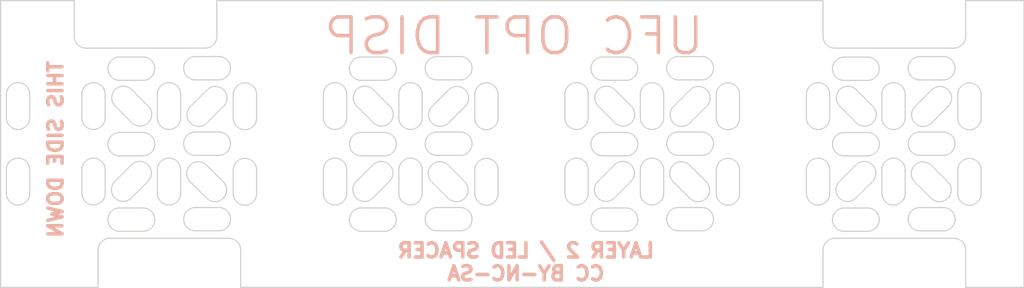
<source format=kicad_pcb>
(kicad_pcb (version 20171130) (host pcbnew "(5.1.4)-1")

  (general
    (thickness 1.6)
    (drawings 295)
    (tracks 0)
    (zones 0)
    (modules 0)
    (nets 1)
  )

  (page A4)
  (layers
    (0 F.Cu signal)
    (31 B.Cu signal)
    (32 B.Adhes user)
    (33 F.Adhes user)
    (34 B.Paste user)
    (35 F.Paste user)
    (36 B.SilkS user)
    (37 F.SilkS user)
    (38 B.Mask user)
    (39 F.Mask user)
    (40 Dwgs.User user)
    (41 Cmts.User user)
    (42 Eco1.User user)
    (43 Eco2.User user)
    (44 Edge.Cuts user)
    (45 Margin user)
    (46 B.CrtYd user)
    (47 F.CrtYd user)
    (48 B.Fab user)
    (49 F.Fab user)
  )

  (setup
    (last_trace_width 0.25)
    (user_trace_width 0.1524)
    (user_trace_width 0.2032)
    (user_trace_width 0.3048)
    (user_trace_width 0.4572)
    (user_trace_width 0.1524)
    (user_trace_width 0.2032)
    (user_trace_width 0.3048)
    (user_trace_width 0.4572)
    (trace_clearance 0.2)
    (zone_clearance 0.508)
    (zone_45_only no)
    (trace_min 0.127)
    (via_size 0.8)
    (via_drill 0.4)
    (via_min_size 0.45)
    (via_min_drill 0.2)
    (user_via 0.45 0.2)
    (user_via 0.45 0.2)
    (uvia_size 0.3)
    (uvia_drill 0.1)
    (uvias_allowed no)
    (uvia_min_size 0.2)
    (uvia_min_drill 0.1)
    (edge_width 0.05)
    (segment_width 0.2)
    (pcb_text_width 0.3)
    (pcb_text_size 1.5 1.5)
    (mod_edge_width 0.12)
    (mod_text_size 1 1)
    (mod_text_width 0.15)
    (pad_size 0.59 0.64)
    (pad_drill 0)
    (pad_to_mask_clearance 0.051)
    (solder_mask_min_width 0.25)
    (aux_axis_origin 100.606 81.6255)
    (grid_origin 100.606 81.6255)
    (visible_elements 7FFFF7DF)
    (pcbplotparams
      (layerselection 0x010fc_ffffffff)
      (usegerberextensions false)
      (usegerberattributes false)
      (usegerberadvancedattributes false)
      (creategerberjobfile false)
      (excludeedgelayer true)
      (linewidth 0.100000)
      (plotframeref false)
      (viasonmask false)
      (mode 1)
      (useauxorigin false)
      (hpglpennumber 1)
      (hpglpenspeed 20)
      (hpglpendiameter 15.000000)
      (psnegative false)
      (psa4output false)
      (plotreference true)
      (plotvalue true)
      (plotinvisibletext false)
      (padsonsilk false)
      (subtractmaskfromsilk false)
      (outputformat 1)
      (mirror false)
      (drillshape 0)
      (scaleselection 1)
      (outputdirectory "gerber"))
  )

  (net 0 "")

  (net_class Default "This is the default net class."
    (clearance 0.2)
    (trace_width 0.25)
    (via_dia 0.8)
    (via_drill 0.4)
    (uvia_dia 0.3)
    (uvia_drill 0.1)
  )

  (gr_line (start 124.344898 88.7425) (end 124.344898 89.7325) (layer Edge.Cuts) (width 0.05) (tstamp 5FB91C74))
  (gr_arc (start 124.835 89.7325) (end 124.344898 89.7325) (angle -180) (layer Edge.Cuts) (width 0.05) (tstamp 5FB91C75))
  (gr_arc (start 126.9225 87.665) (end 126.9225 88.155102) (angle -180) (layer Edge.Cuts) (width 0.05) (tstamp 5FB91C79))
  (gr_line (start 130.1075 87.154898) (end 129.1175 87.154898) (layer Edge.Cuts) (width 0.05) (tstamp 5FB91C7A))
  (gr_line (start 140.2675 90.332398) (end 139.2775 90.332398) (layer Edge.Cuts) (width 0.05) (tstamp 5FB91C77))
  (gr_arc (start 126.793124 86.413982) (end 126.445994 86.761113) (angle -180) (layer Edge.Cuts) (width 0.05) (tstamp 5FB91C76))
  (gr_arc (start 134.995 88.745) (end 135.485917 88.745) (angle -180) (layer Edge.Cuts) (width 0.05) (tstamp 5FB91C73))
  (gr_line (start 126.432428 88.535321) (end 125.732392 89.235357) (layer Edge.Cuts) (width 0.05) (tstamp 5FB91C78))
  (gr_line (start 135.206 93.6905) (end 110.706 93.6905) (layer Edge.Cuts) (width 0.05) (tstamp 5FB9168C))
  (gr_line (start 105.206 91.6255) (end 110.206 91.6255) (layer Edge.Cuts) (width 0.05) (tstamp 5FB9168F))
  (gr_line (start 103.706 81.6255) (end 103.706 83.1255) (layer Edge.Cuts) (width 0.05) (tstamp 5FB91691))
  (gr_line (start 140.706 91.6255) (end 135.706 91.6255) (layer Edge.Cuts) (width 0.05) (tstamp 5FB9168D))
  (gr_line (start 135.206 93.6905) (end 135.206 92.1255) (layer Edge.Cuts) (width 0.05) (tstamp 5FB9168B))
  (gr_line (start 135.206 81.6255) (end 135.206 83.1255) (layer Edge.Cuts) (width 0.05) (tstamp 5FB91692))
  (gr_line (start 104.706 93.6905) (end 104.706 92.1255) (layer Edge.Cuts) (width 0.05) (tstamp 5FB9168E))
  (gr_line (start 110.706 92.1255) (end 110.706 93.6905) (layer Edge.Cuts) (width 0.05) (tstamp 5FB91690))
  (gr_text "THIS SIDE DOWN" (at 102.922 87.882 90) (layer B.SilkS)
    (effects (font (size 0.6 0.6) (thickness 0.15)) (justify mirror))
  )
  (gr_text "LAYER 2 / LED SPACER\nCC BY-NC-SA" (at 122.706 92.6255) (layer B.SilkS) (tstamp 5FB91B6F)
    (effects (font (size 0.6 0.6) (thickness 0.15)) (justify mirror))
  )
  (gr_text "UFC OPT DISP" (at 122.206 83.1255) (layer B.SilkS) (tstamp 5FB91B70)
    (effects (font (size 1.5 1.5) (thickness 0.15)) (justify mirror))
  )
  (gr_line (start 139.2775 84.963417) (end 140.2675 84.963417) (layer Edge.Cuts) (width 0.05) (tstamp 5FB91C5E))
  (gr_line (start 130.714083 85.5775) (end 130.714083 86.5675) (layer Edge.Cuts) (width 0.05) (tstamp 5FB91C67))
  (gr_arc (start 125.9325 90.84) (end 125.9325 90.349083) (angle -180) (layer Edge.Cuts) (width 0.05) (tstamp 5FB91C68))
  (gr_arc (start 138.17 88.745) (end 138.660917 88.745) (angle -180) (layer Edge.Cuts) (width 0.05) (tstamp 5FB91C71))
  (gr_line (start 137.0825 84.001583) (end 136.0925 84.001583) (layer Edge.Cuts) (width 0.05) (tstamp 5FB91C5D))
  (gr_arc (start 141.365 86.569999) (end 140.874083 86.57) (angle -180) (layer Edge.Cuts) (width 0.05) (tstamp 5FB91C6F))
  (gr_line (start 125.325917 86.5575) (end 125.325917 85.5675) (layer Edge.Cuts) (width 0.05) (tstamp 5FB91C64))
  (gr_line (start 125.745958 86.061077) (end 126.445994 86.761113) (layer Edge.Cuts) (width 0.05) (tstamp 5FB91C72))
  (gr_arc (start 138.17 85.57) (end 138.660917 85.57) (angle -180) (layer Edge.Cuts) (width 0.05) (tstamp 5FB91C6C))
  (gr_arc (start 129.1175 87.645) (end 129.1175 87.154898) (angle -180) (layer Edge.Cuts) (width 0.05) (tstamp 5FB91C61))
  (gr_arc (start 129.1175 90.82) (end 129.1175 90.329898) (angle -180) (layer Edge.Cuts) (width 0.05) (tstamp 5FB91C6A))
  (gr_line (start 136.0925 88.157602) (end 137.0825 88.157602) (layer Edge.Cuts) (width 0.05) (tstamp 5FB91C5C))
  (gr_line (start 139.773923 85.383458) (end 139.073887 86.083494) (layer Edge.Cuts) (width 0.05) (tstamp 5FB91C69))
  (gr_line (start 138.660917 86.56) (end 138.660917 85.57) (layer Edge.Cuts) (width 0.05) (tstamp 5FB91C6B))
  (gr_line (start 125.9325 91.330102) (end 126.9225 91.330102) (layer Edge.Cuts) (width 0.05) (tstamp 5FB91C70))
  (gr_arc (start 129.1175 84.47) (end 129.1175 83.979898) (angle -180) (layer Edge.Cuts) (width 0.05) (tstamp 5FB91C62))
  (gr_line (start 125.9325 88.155102) (end 126.9225 88.155102) (layer Edge.Cuts) (width 0.05) (tstamp 5FB91C60))
  (gr_arc (start 126.778982 88.881876) (end 127.126113 89.229006) (angle -180) (layer Edge.Cuts) (width 0.05) (tstamp 5FB91C6E))
  (gr_arc (start 124.835 85.5675) (end 125.325917 85.5675) (angle -180) (layer Edge.Cuts) (width 0.05) (tstamp 5FB91C5F))
  (gr_line (start 129.1175 84.960917) (end 130.1075 84.960917) (layer Edge.Cuts) (width 0.05) (tstamp 5FB91C65))
  (gr_arc (start 138.17 89.735) (end 137.679898 89.735) (angle -180) (layer Edge.Cuts) (width 0.05) (tstamp 5FB91C6D))
  (gr_line (start 131.695102 89.7425) (end 131.695102 88.7525) (layer Edge.Cuts) (width 0.05) (tstamp 5FB91C63))
  (gr_line (start 127.139679 86.067428) (end 126.439643 85.367392) (layer Edge.Cuts) (width 0.05) (tstamp 5FB91C66))
  (gr_arc (start 136.253089 85.716447) (end 136.599643 85.369892) (angle -180) (layer Edge.Cuts) (width 0.05) (tstamp 5FB91C47))
  (gr_line (start 136.586077 89.931542) (end 137.286113 89.231506) (layer Edge.Cuts) (width 0.05) (tstamp 5FB91C46))
  (gr_arc (start 139.2775 90.8225) (end 139.2775 90.332398) (angle -180) (layer Edge.Cuts) (width 0.05) (tstamp 5FB91C5B))
  (gr_arc (start 139.2775 84.4725) (end 139.2775 83.982398) (angle -180) (layer Edge.Cuts) (width 0.05) (tstamp 5FB91C57))
  (gr_arc (start 139.406876 88.898518) (end 139.754006 88.551387) (angle -180) (layer Edge.Cuts) (width 0.05) (tstamp 5FB91C48))
  (gr_arc (start 136.938982 88.884376) (end 137.286113 89.231506) (angle -180) (layer Edge.Cuts) (width 0.05) (tstamp 5FB91C54))
  (gr_arc (start 139.2775 87.6475) (end 139.2775 87.157398) (angle -180) (layer Edge.Cuts) (width 0.05) (tstamp 5FB91C52))
  (gr_line (start 137.0825 90.351583) (end 136.0925 90.351583) (layer Edge.Cuts) (width 0.05) (tstamp 5FB91C5A))
  (gr_arc (start 136.0925 84.4925) (end 136.0925 84.001583) (angle -180) (layer Edge.Cuts) (width 0.05) (tstamp 5FB91C58))
  (gr_arc (start 134.995 89.735) (end 134.504898 89.735) (angle -180) (layer Edge.Cuts) (width 0.05) (tstamp 5FB91C4F))
  (gr_arc (start 136.238947 89.584411) (end 135.892392 89.237857) (angle -180) (layer Edge.Cuts) (width 0.05) (tstamp 5FB91C55))
  (gr_arc (start 137.0825 90.8425) (end 137.0825 91.332602) (angle -180) (layer Edge.Cuts) (width 0.05) (tstamp 5FB91C4D))
  (gr_arc (start 141.365 89.744999) (end 140.874083 89.745) (angle -180) (layer Edge.Cuts) (width 0.05) (tstamp 5FB91C49))
  (gr_line (start 138.660917 89.735) (end 138.660917 88.745) (layer Edge.Cuts) (width 0.05) (tstamp 5FB91C45))
  (gr_arc (start 136.0925 87.6675) (end 136.0925 87.176583) (angle -180) (layer Edge.Cuts) (width 0.05) (tstamp 5FB91C56))
  (gr_line (start 135.485917 89.735) (end 135.485917 88.745) (layer Edge.Cuts) (width 0.05) (tstamp 5FB91C50))
  (gr_line (start 135.905958 86.063577) (end 136.605994 86.763613) (layer Edge.Cuts) (width 0.05) (tstamp 5FB91C53))
  (gr_line (start 139.2775 88.138417) (end 140.2675 88.138417) (layer Edge.Cuts) (width 0.05) (tstamp 5FB91C59))
  (gr_arc (start 139.421018 86.430624) (end 139.073887 86.083494) (angle -180) (layer Edge.Cuts) (width 0.05) (tstamp 5FB91C51))
  (gr_line (start 136.592428 88.537821) (end 135.892392 89.237857) (layer Edge.Cuts) (width 0.05) (tstamp 5FB91C4E))
  (gr_arc (start 140.106911 89.598553) (end 139.760357 89.945108) (angle -180) (layer Edge.Cuts) (width 0.05) (tstamp 5FB91C4C))
  (gr_arc (start 138.17 86.56) (end 137.679898 86.56) (angle -180) (layer Edge.Cuts) (width 0.05) (tstamp 5FB91C4B))
  (gr_line (start 136.0925 91.332602) (end 137.0825 91.332602) (layer Edge.Cuts) (width 0.05) (tstamp 5FB91C4A))
  (gr_line (start 139.767572 86.777179) (end 140.467608 86.077143) (layer Edge.Cuts) (width 0.05) (tstamp 5FB91C36))
  (gr_arc (start 140.121053 85.730589) (end 140.467608 86.077143) (angle -180) (layer Edge.Cuts) (width 0.05) (tstamp 5FB91C3C))
  (gr_line (start 139.2775 91.313417) (end 140.2675 91.313417) (layer Edge.Cuts) (width 0.05) (tstamp 5FB91C41))
  (gr_arc (start 140.267499 87.6475) (end 140.2675 88.138417) (angle -180) (layer Edge.Cuts) (width 0.05) (tstamp 5FB91C35))
  (gr_line (start 140.454042 89.251423) (end 139.754006 88.551387) (layer Edge.Cuts) (width 0.05) (tstamp 5FB91C34))
  (gr_line (start 140.2675 87.157398) (end 139.2775 87.157398) (layer Edge.Cuts) (width 0.05) (tstamp 5FB91C3F))
  (gr_line (start 134.504898 88.745) (end 134.504898 89.735) (layer Edge.Cuts) (width 0.05) (tstamp 5FB91C33))
  (gr_line (start 140.874083 85.58) (end 140.874083 86.57) (layer Edge.Cuts) (width 0.05) (tstamp 5FB91C31))
  (gr_arc (start 137.0825 87.6675) (end 137.0825 88.157602) (angle -180) (layer Edge.Cuts) (width 0.05) (tstamp 5FB91C30))
  (gr_line (start 141.855102 89.745) (end 141.855102 88.755) (layer Edge.Cuts) (width 0.05) (tstamp 5FB91C2E))
  (gr_arc (start 136.953124 86.416482) (end 136.605994 86.763613) (angle -180) (layer Edge.Cuts) (width 0.05) (tstamp 5FB91C44))
  (gr_arc (start 136.0925 90.8425) (end 136.0925 90.351583) (angle -180) (layer Edge.Cuts) (width 0.05) (tstamp 5FB91C3D))
  (gr_line (start 137.0825 87.176583) (end 136.0925 87.176583) (layer Edge.Cuts) (width 0.05) (tstamp 5FB91C38))
  (gr_arc (start 137.0825 84.4925) (end 137.0825 84.982602) (angle -180) (layer Edge.Cuts) (width 0.05) (tstamp 5FB91C3A))
  (gr_line (start 137.679898 88.745) (end 137.679898 89.735) (layer Edge.Cuts) (width 0.05) (tstamp 5FB91C37))
  (gr_line (start 136.0925 84.982602) (end 137.0825 84.982602) (layer Edge.Cuts) (width 0.05) (tstamp 5FB91C3B))
  (gr_line (start 137.679898 85.57) (end 137.679898 86.56) (layer Edge.Cuts) (width 0.05) (tstamp 5FB91C32))
  (gr_arc (start 134.995 85.57) (end 135.485917 85.57) (angle -180) (layer Edge.Cuts) (width 0.05) (tstamp 5FB91C2F))
  (gr_line (start 140.2675 83.982398) (end 139.2775 83.982398) (layer Edge.Cuts) (width 0.05) (tstamp 5FB91C40))
  (gr_line (start 135.485917 86.56) (end 135.485917 85.57) (layer Edge.Cuts) (width 0.05) (tstamp 5FB91C3E))
  (gr_arc (start 141.365 85.58) (end 141.855102 85.58) (angle -180) (layer Edge.Cuts) (width 0.05) (tstamp 5FB91C43))
  (gr_line (start 141.855102 86.57) (end 141.855102 85.58) (layer Edge.Cuts) (width 0.05) (tstamp 5FB91C42))
  (gr_arc (start 140.267499 84.4725) (end 140.2675 84.963417) (angle -180) (layer Edge.Cuts) (width 0.05) (tstamp 5FB91C39))
  (gr_line (start 137.299679 86.069928) (end 136.599643 85.369892) (layer Edge.Cuts) (width 0.05) (tstamp 5FB91C25))
  (gr_arc (start 116.618982 88.881876) (end 116.966113 89.229006) (angle -180) (layer Edge.Cuts) (width 0.05) (tstamp 5FB91C1E))
  (gr_line (start 108.180917 89.7325) (end 108.180917 88.7425) (layer Edge.Cuts) (width 0.05) (tstamp 5FB91C1D))
  (gr_line (start 115.165917 86.5575) (end 115.165917 85.5675) (layer Edge.Cuts) (width 0.05) (tstamp 5FB91C1C))
  (gr_line (start 139.060321 89.245072) (end 139.760357 89.945108) (layer Edge.Cuts) (width 0.05) (tstamp 5FB91C2D))
  (gr_line (start 120.554083 85.5775) (end 120.554083 86.5675) (layer Edge.Cuts) (width 0.05) (tstamp 5FB91C24))
  (gr_line (start 115.585958 86.061077) (end 116.285994 86.761113) (layer Edge.Cuts) (width 0.05) (tstamp 5FB91C1B))
  (gr_arc (start 140.267499 90.8225) (end 140.2675 91.313417) (angle -180) (layer Edge.Cuts) (width 0.05) (tstamp 5FB91C26))
  (gr_arc (start 109.787499 87.645) (end 109.7875 88.135917) (angle -180) (layer Edge.Cuts) (width 0.05) (tstamp 5FB91C18))
  (gr_arc (start 116.7625 87.665) (end 116.7625 88.155102) (angle -180) (layer Edge.Cuts) (width 0.05) (tstamp 5FB91C17))
  (gr_arc (start 107.69 89.7325) (end 107.199898 89.7325) (angle -180) (layer Edge.Cuts) (width 0.05) (tstamp 5FB91C23))
  (gr_arc (start 134.995 86.56) (end 134.504898 86.56) (angle -180) (layer Edge.Cuts) (width 0.05) (tstamp 5FB91C29))
  (gr_arc (start 107.69 85.5675) (end 108.180917 85.5675) (angle -180) (layer Edge.Cuts) (width 0.05) (tstamp 5FB91C1F))
  (gr_arc (start 118.9575 87.645) (end 118.9575 87.154898) (angle -180) (layer Edge.Cuts) (width 0.05) (tstamp 5FB91C19))
  (gr_line (start 119.9475 87.154898) (end 118.9575 87.154898) (layer Edge.Cuts) (width 0.05) (tstamp 5FB91C1A))
  (gr_arc (start 141.365 88.755) (end 141.855102 88.755) (angle -180) (layer Edge.Cuts) (width 0.05) (tstamp 5FB91C2C))
  (gr_line (start 116.979679 86.067428) (end 116.279643 85.367392) (layer Edge.Cuts) (width 0.05) (tstamp 5FB91C22))
  (gr_line (start 118.9575 84.960917) (end 119.9475 84.960917) (layer Edge.Cuts) (width 0.05) (tstamp 5FB91C21))
  (gr_line (start 140.874083 88.755) (end 140.874083 89.745) (layer Edge.Cuts) (width 0.05) (tstamp 5FB91C2B))
  (gr_arc (start 104.206 83.1255) (end 103.706 83.1255) (angle -90) (layer Edge.Cuts) (width 0.05) (tstamp 5FB91C28))
  (gr_line (start 109.7875 90.329898) (end 108.7975 90.329898) (layer Edge.Cuts) (width 0.05) (tstamp 5FB91C20))
  (gr_arc (start 109.206 83.1255) (end 109.206 83.6255) (angle -90) (layer Edge.Cuts) (width 0.05) (tstamp 5FB91C2A))
  (gr_line (start 134.504898 85.57) (end 134.504898 86.56) (layer Edge.Cuts) (width 0.05) (tstamp 5FB91C27))
  (gr_arc (start 115.7725 90.84) (end 115.7725 90.349083) (angle -180) (layer Edge.Cuts) (width 0.05) (tstamp 5FB91C07))
  (gr_arc (start 116.7625 90.84) (end 116.7625 91.330102) (angle -180) (layer Edge.Cuts) (width 0.05) (tstamp 5FB91C04))
  (gr_line (start 116.7625 83.999083) (end 115.7725 83.999083) (layer Edge.Cuts) (width 0.05) (tstamp 5FB91C03))
  (gr_line (start 109.293923 85.380958) (end 108.593887 86.080994) (layer Edge.Cuts) (width 0.05) (tstamp 5FB91C0B))
  (gr_line (start 114.184898 88.7425) (end 114.184898 89.7325) (layer Edge.Cuts) (width 0.05) (tstamp 5FB91C13))
  (gr_line (start 115.7725 88.155102) (end 116.7625 88.155102) (layer Edge.Cuts) (width 0.05) (tstamp 5FB91C12))
  (gr_arc (start 114.675 89.7325) (end 114.184898 89.7325) (angle -180) (layer Edge.Cuts) (width 0.05) (tstamp 5FB91C11))
  (gr_arc (start 109.641053 85.728089) (end 109.987608 86.074643) (angle -180) (layer Edge.Cuts) (width 0.05) (tstamp 5FB91C10))
  (gr_line (start 121.535102 89.7425) (end 121.535102 88.7525) (layer Edge.Cuts) (width 0.05) (tstamp 5FB91C0E))
  (gr_line (start 107.199898 85.5675) (end 107.199898 86.5575) (layer Edge.Cuts) (width 0.05) (tstamp 5FB91C0C))
  (gr_arc (start 118.9575 84.47) (end 118.9575 83.979898) (angle -180) (layer Edge.Cuts) (width 0.05) (tstamp 5FB91C08))
  (gr_line (start 116.7625 90.349083) (end 115.7725 90.349083) (layer Edge.Cuts) (width 0.05) (tstamp 5FB91C06))
  (gr_arc (start 116.633124 86.413982) (end 116.285994 86.761113) (angle -180) (layer Edge.Cuts) (width 0.05) (tstamp 5FB91C15))
  (gr_line (start 119.9475 83.979898) (end 118.9575 83.979898) (layer Edge.Cuts) (width 0.05) (tstamp 5FB91C02))
  (gr_arc (start 107.69 86.5575) (end 107.199898 86.5575) (angle -180) (layer Edge.Cuts) (width 0.05) (tstamp 5FB91C05))
  (gr_line (start 116.272428 88.535321) (end 115.572392 89.235357) (layer Edge.Cuts) (width 0.05) (tstamp 5FB91C0A))
  (gr_line (start 116.7625 87.174083) (end 115.7725 87.174083) (layer Edge.Cuts) (width 0.05) (tstamp 5FB91C01))
  (gr_line (start 118.740321 89.242572) (end 119.440357 89.942608) (layer Edge.Cuts) (width 0.05) (tstamp 5FB91C00))
  (gr_line (start 115.7725 91.330102) (end 116.7625 91.330102) (layer Edge.Cuts) (width 0.05) (tstamp 5FB91C14))
  (gr_line (start 108.180917 86.5575) (end 108.180917 85.5675) (layer Edge.Cuts) (width 0.05) (tstamp 5FB91C16))
  (gr_line (start 110.394083 88.7525) (end 110.394083 89.7425) (layer Edge.Cuts) (width 0.05) (tstamp 5FB91C0F))
  (gr_arc (start 118.9575 90.82) (end 118.9575 90.329898) (angle -180) (layer Edge.Cuts) (width 0.05) (tstamp 5FB91C0D))
  (gr_arc (start 114.675 85.5675) (end 115.165917 85.5675) (angle -180) (layer Edge.Cuts) (width 0.05) (tstamp 5FB91C09))
  (gr_line (start 107.199898 88.7425) (end 107.199898 89.7325) (layer Edge.Cuts) (width 0.05) (tstamp 5FB91BF7))
  (gr_arc (start 121.045 88.7525) (end 121.535102 88.7525) (angle -180) (layer Edge.Cuts) (width 0.05) (tstamp 5FB91BFD))
  (gr_arc (start 115.918947 89.581911) (end 115.572392 89.235357) (angle -180) (layer Edge.Cuts) (width 0.05) (tstamp 5FB91BF0))
  (gr_arc (start 119.086876 88.896018) (end 119.434006 88.548887) (angle -180) (layer Edge.Cuts) (width 0.05) (tstamp 5FB91BEE))
  (gr_arc (start 121.045 85.5775) (end 121.535102 85.5775) (angle -180) (layer Edge.Cuts) (width 0.05) (tstamp 5FB91BED))
  (gr_arc (start 115.933089 85.713947) (end 116.279643 85.367392) (angle -180) (layer Edge.Cuts) (width 0.05) (tstamp 5FB91BFB))
  (gr_arc (start 116.7625 84.49) (end 116.7625 84.980102) (angle -180) (layer Edge.Cuts) (width 0.05) (tstamp 5FB91BF6))
  (gr_arc (start 110.885 86.567499) (end 110.394083 86.5675) (angle -180) (layer Edge.Cuts) (width 0.05) (tstamp 5FB91BFE))
  (gr_arc (start 104.515 88.7425) (end 105.005917 88.7425) (angle -180) (layer Edge.Cuts) (width 0.05) (tstamp 5FB91BEA))
  (gr_arc (start 105.6125 87.665) (end 105.6125 87.174083) (angle -180) (layer Edge.Cuts) (width 0.05) (tstamp 5FB91BE9))
  (gr_line (start 118.9575 88.135917) (end 119.9475 88.135917) (layer Edge.Cuts) (width 0.05) (tstamp 5FB91BFF))
  (gr_line (start 115.165917 89.7325) (end 115.165917 88.7425) (layer Edge.Cuts) (width 0.05) (tstamp 5FB91BFA))
  (gr_line (start 118.9575 91.310917) (end 119.9475 91.310917) (layer Edge.Cuts) (width 0.05) (tstamp 5FB91BF5))
  (gr_line (start 114.184898 85.5675) (end 114.184898 86.5575) (layer Edge.Cuts) (width 0.05) (tstamp 5FB91BFC))
  (gr_line (start 119.447572 86.774679) (end 120.147608 86.074643) (layer Edge.Cuts) (width 0.05) (tstamp 5FB91BF1))
  (gr_arc (start 119.786911 89.596053) (end 119.440357 89.942608) (angle -180) (layer Edge.Cuts) (width 0.05) (tstamp 5FB91BF9))
  (gr_arc (start 121.045 89.742499) (end 120.554083 89.7425) (angle -180) (layer Edge.Cuts) (width 0.05) (tstamp 5FB91BF4))
  (gr_arc (start 114.675 86.5575) (end 114.184898 86.5575) (angle -180) (layer Edge.Cuts) (width 0.05) (tstamp 5FB91BF8))
  (gr_arc (start 107.69 88.7425) (end 108.180917 88.7425) (angle -180) (layer Edge.Cuts) (width 0.05) (tstamp 5FB91BF3))
  (gr_arc (start 109.787499 90.82) (end 109.7875 91.310917) (angle -180) (layer Edge.Cuts) (width 0.05) (tstamp 5FB91BF2))
  (gr_arc (start 119.947499 84.47) (end 119.9475 84.960917) (angle -180) (layer Edge.Cuts) (width 0.05) (tstamp 5FB91BEF))
  (gr_arc (start 119.101018 86.428124) (end 118.753887 86.080994) (angle -180) (layer Edge.Cuts) (width 0.05) (tstamp 5FB91BEC))
  (gr_line (start 111.375102 86.5675) (end 111.375102 85.5775) (layer Edge.Cuts) (width 0.05) (tstamp 5FB91BEB))
  (gr_line (start 105.425958 86.061077) (end 106.125994 86.761113) (layer Edge.Cuts) (width 0.05) (tstamp 5FB91BDB))
  (gr_arc (start 105.6125 90.84) (end 105.6125 90.349083) (angle -180) (layer Edge.Cuts) (width 0.05) (tstamp 5FB91BD9))
  (gr_line (start 109.7875 83.979898) (end 108.7975 83.979898) (layer Edge.Cuts) (width 0.05) (tstamp 5FB91BD6))
  (gr_arc (start 110.885 85.5775) (end 111.375102 85.5775) (angle -180) (layer Edge.Cuts) (width 0.05) (tstamp 5FB91BDD))
  (gr_line (start 108.7975 91.310917) (end 109.7875 91.310917) (layer Edge.Cuts) (width 0.05) (tstamp 5FB91BE2))
  (gr_arc (start 108.941018 86.428124) (end 108.593887 86.080994) (angle -180) (layer Edge.Cuts) (width 0.05) (tstamp 5FB91BD5))
  (gr_line (start 105.005917 86.5575) (end 105.005917 85.5675) (layer Edge.Cuts) (width 0.05) (tstamp 5FB91BE0))
  (gr_arc (start 108.7975 90.82) (end 108.7975 90.329898) (angle -180) (layer Edge.Cuts) (width 0.05) (tstamp 5FB91BDE))
  (gr_line (start 106.819679 86.067428) (end 106.119643 85.367392) (layer Edge.Cuts) (width 0.05) (tstamp 5FB91BD3))
  (gr_line (start 105.6125 84.980102) (end 106.6025 84.980102) (layer Edge.Cuts) (width 0.05) (tstamp 5FB91BE8))
  (gr_arc (start 105.6125 84.49) (end 105.6125 83.999083) (angle -180) (layer Edge.Cuts) (width 0.05) (tstamp 5FB91BE6))
  (gr_arc (start 105.758947 89.581911) (end 105.412392 89.235357) (angle -180) (layer Edge.Cuts) (width 0.05) (tstamp 5FB91BE1))
  (gr_line (start 101.830917 89.7325) (end 101.830917 88.7425) (layer Edge.Cuts) (width 0.05) (tstamp 5FB91BDA))
  (gr_line (start 135.206 81.6255) (end 109.706 81.6255) (layer Edge.Cuts) (width 0.05) (tstamp 5FB91BE4))
  (gr_line (start 106.112428 88.535321) (end 105.412392 89.235357) (layer Edge.Cuts) (width 0.05) (tstamp 5FB91BD8))
  (gr_arc (start 108.7975 84.47) (end 108.7975 83.979898) (angle -180) (layer Edge.Cuts) (width 0.05) (tstamp 5FB91BDC))
  (gr_arc (start 106.6025 84.49) (end 106.6025 84.980102) (angle -180) (layer Edge.Cuts) (width 0.05) (tstamp 5FB91BD7))
  (gr_line (start 109.7875 87.154898) (end 108.7975 87.154898) (layer Edge.Cuts) (width 0.05) (tstamp 5FB91BD4))
  (gr_arc (start 106.6025 87.665) (end 106.6025 88.155102) (angle -180) (layer Edge.Cuts) (width 0.05) (tstamp 5FB91BD2))
  (gr_line (start 106.106077 89.929042) (end 106.806113 89.229006) (layer Edge.Cuts) (width 0.05) (tstamp 5FB91BE5))
  (gr_arc (start 101.34 86.5575) (end 100.849898 86.5575) (angle -180) (layer Edge.Cuts) (width 0.05) (tstamp 5FB91BE7))
  (gr_line (start 109.974042 89.248923) (end 109.274006 88.548887) (layer Edge.Cuts) (width 0.05) (tstamp 5FB91BE3))
  (gr_arc (start 109.787499 84.47) (end 109.7875 84.960917) (angle -180) (layer Edge.Cuts) (width 0.05) (tstamp 5FB91BDF))
  (gr_arc (start 106.473124 86.413982) (end 106.125994 86.761113) (angle -180) (layer Edge.Cuts) (width 0.05) (tstamp 5FB91BD0))
  (gr_line (start 104.024898 88.7425) (end 104.024898 89.7325) (layer Edge.Cuts) (width 0.05) (tstamp 5FB91BCA))
  (gr_arc (start 101.34 89.7325) (end 100.849898 89.7325) (angle -180) (layer Edge.Cuts) (width 0.05) (tstamp 5FB91BD1))
  (gr_line (start 106.6025 90.349083) (end 105.6125 90.349083) (layer Edge.Cuts) (width 0.05) (tstamp 5FB91BCF))
  (gr_line (start 106.6025 87.174083) (end 105.6125 87.174083) (layer Edge.Cuts) (width 0.05) (tstamp 5FB91BCC))
  (gr_arc (start 106.6025 90.84) (end 106.6025 91.330102) (angle -180) (layer Edge.Cuts) (width 0.05) (tstamp 5FB91BC8))
  (gr_line (start 108.580321 89.242572) (end 109.280357 89.942608) (layer Edge.Cuts) (width 0.05) (tstamp 5FB91BC7))
  (gr_arc (start 110.885 88.7525) (end 111.375102 88.7525) (angle -180) (layer Edge.Cuts) (width 0.05) (tstamp 5FB91BC5))
  (gr_line (start 105.6125 91.330102) (end 106.6025 91.330102) (layer Edge.Cuts) (width 0.05) (tstamp 5FB91BCE))
  (gr_line (start 100.849898 88.7425) (end 100.849898 89.7325) (layer Edge.Cuts) (width 0.05) (tstamp 5FB91BC3))
  (gr_line (start 105.005917 89.7325) (end 105.005917 88.7425) (layer Edge.Cuts) (width 0.05) (tstamp 5FB91BC1))
  (gr_arc (start 108.7975 87.645) (end 108.7975 87.154898) (angle -180) (layer Edge.Cuts) (width 0.05) (tstamp 5FB91BBF))
  (gr_arc (start 101.34 88.7425) (end 101.830917 88.7425) (angle -180) (layer Edge.Cuts) (width 0.05) (tstamp 5FB91BCD))
  (gr_arc (start 101.34 85.5675) (end 101.830917 85.5675) (angle -180) (layer Edge.Cuts) (width 0.05) (tstamp 5FB91BC9))
  (gr_line (start 101.830917 86.5575) (end 101.830917 85.5675) (layer Edge.Cuts) (width 0.05) (tstamp 5FB91BBE))
  (gr_arc (start 109.626911 89.596053) (end 109.280357 89.942608) (angle -180) (layer Edge.Cuts) (width 0.05) (tstamp 5FB91BC4))
  (gr_arc (start 110.885 89.742499) (end 110.394083 89.7425) (angle -180) (layer Edge.Cuts) (width 0.05) (tstamp 5FB91BC2))
  (gr_arc (start 108.926876 88.896018) (end 109.274006 88.548887) (angle -180) (layer Edge.Cuts) (width 0.05) (tstamp 5FB91BBD))
  (gr_line (start 108.7975 84.960917) (end 109.7875 84.960917) (layer Edge.Cuts) (width 0.05) (tstamp 5FB91BBC))
  (gr_line (start 110.394083 85.5775) (end 110.394083 86.5675) (layer Edge.Cuts) (width 0.05) (tstamp 5FB91BC6))
  (gr_arc (start 106.458982 88.881876) (end 106.806113 89.229006) (angle -180) (layer Edge.Cuts) (width 0.05) (tstamp 5FB91BBB))
  (gr_line (start 109.287572 86.774679) (end 109.987608 86.074643) (layer Edge.Cuts) (width 0.05) (tstamp 5FB91BC0))
  (gr_line (start 106.6025 83.999083) (end 105.6125 83.999083) (layer Edge.Cuts) (width 0.05) (tstamp 5FB91BCB))
  (gr_arc (start 105.773089 85.713947) (end 106.119643 85.367392) (angle -180) (layer Edge.Cuts) (width 0.05) (tstamp 5FB91BB5))
  (gr_line (start 126.9225 83.999083) (end 125.9325 83.999083) (layer Edge.Cuts) (width 0.05) (tstamp 5FB91B9A))
  (gr_arc (start 130.107499 84.47) (end 130.1075 84.960917) (angle -180) (layer Edge.Cuts) (width 0.05) (tstamp 5FB91B95))
  (gr_arc (start 129.261018 86.428124) (end 128.913887 86.080994) (angle -180) (layer Edge.Cuts) (width 0.05) (tstamp 5FB91B91))
  (gr_line (start 108.7975 88.135917) (end 109.7875 88.135917) (layer Edge.Cuts) (width 0.05) (tstamp 5FB91BBA))
  (gr_line (start 111.375102 89.7425) (end 111.375102 88.7525) (layer Edge.Cuts) (width 0.05) (tstamp 5FB91BB9))
  (gr_arc (start 104.515 89.7325) (end 104.024898 89.7325) (angle -180) (layer Edge.Cuts) (width 0.05) (tstamp 5FB91BB2))
  (gr_arc (start 115.7725 87.665) (end 115.7725 87.174083) (angle -180) (layer Edge.Cuts) (width 0.05) (tstamp 5FB91BA6))
  (gr_line (start 130.1075 90.329898) (end 129.1175 90.329898) (layer Edge.Cuts) (width 0.05) (tstamp 5FB91BA5))
  (gr_line (start 127.519898 85.5675) (end 127.519898 86.5575) (layer Edge.Cuts) (width 0.05) (tstamp 5FB91BA3))
  (gr_arc (start 125.9325 87.665) (end 125.9325 87.174083) (angle -180) (layer Edge.Cuts) (width 0.05) (tstamp 5FB91BA0))
  (gr_arc (start 119.801053 85.728089) (end 120.147608 86.074643) (angle -180) (layer Edge.Cuts) (width 0.05) (tstamp 5FB91B9C))
  (gr_line (start 121.535102 86.5675) (end 121.535102 85.5775) (layer Edge.Cuts) (width 0.05) (tstamp 5FB91B94))
  (gr_arc (start 126.9225 84.49) (end 126.9225 84.980102) (angle -180) (layer Edge.Cuts) (width 0.05) (tstamp 5FB91BB0))
  (gr_arc (start 124.835 86.5575) (end 124.344898 86.5575) (angle -180) (layer Edge.Cuts) (width 0.05) (tstamp 5FB91B9B))
  (gr_line (start 129.613923 85.380958) (end 128.913887 86.080994) (layer Edge.Cuts) (width 0.05) (tstamp 5FB91B92))
  (gr_line (start 130.1075 83.979898) (end 129.1175 83.979898) (layer Edge.Cuts) (width 0.05) (tstamp 5FB91B98))
  (gr_arc (start 131.205 86.567499) (end 130.714083 86.5675) (angle -180) (layer Edge.Cuts) (width 0.05) (tstamp 5FB91B90))
  (gr_arc (start 119.947499 87.645) (end 119.9475 88.135917) (angle -180) (layer Edge.Cuts) (width 0.05) (tstamp 5FB91B8F))
  (gr_arc (start 119.947499 90.82) (end 119.9475 91.310917) (angle -180) (layer Edge.Cuts) (width 0.05) (tstamp 5FB91B8E))
  (gr_arc (start 128.01 85.5675) (end 128.500917 85.5675) (angle -180) (layer Edge.Cuts) (width 0.05) (tstamp 5FB91B8D))
  (gr_arc (start 117.85 86.5575) (end 117.359898 86.5575) (angle -180) (layer Edge.Cuts) (width 0.05) (tstamp 5FB91BAE))
  (gr_line (start 116.266077 89.929042) (end 116.966113 89.229006) (layer Edge.Cuts) (width 0.05) (tstamp 5FB91BAA))
  (gr_line (start 127.519898 88.7425) (end 127.519898 89.7325) (layer Edge.Cuts) (width 0.05) (tstamp 5FB91BA1))
  (gr_line (start 117.359898 88.7425) (end 117.359898 89.7325) (layer Edge.Cuts) (width 0.05) (tstamp 5FB91BA8))
  (gr_line (start 118.340917 89.7325) (end 118.340917 88.7425) (layer Edge.Cuts) (width 0.05) (tstamp 5FB91B9F))
  (gr_line (start 126.426077 89.929042) (end 127.126113 89.229006) (layer Edge.Cuts) (width 0.05) (tstamp 5FB91BAC))
  (gr_arc (start 104.515 86.5575) (end 104.024898 86.5575) (angle -180) (layer Edge.Cuts) (width 0.05) (tstamp 5FB91BB6))
  (gr_line (start 117.359898 85.5675) (end 117.359898 86.5575) (layer Edge.Cuts) (width 0.05) (tstamp 5FB91B9D))
  (gr_line (start 105.6125 88.155102) (end 106.6025 88.155102) (layer Edge.Cuts) (width 0.05) (tstamp 5FB91BB4))
  (gr_line (start 129.1175 88.135917) (end 130.1075 88.135917) (layer Edge.Cuts) (width 0.05) (tstamp 5FB91B97))
  (gr_arc (start 129.246876 88.896018) (end 129.594006 88.548887) (angle -180) (layer Edge.Cuts) (width 0.05) (tstamp 5FB91B93))
  (gr_arc (start 104.515 85.5675) (end 105.005917 85.5675) (angle -180) (layer Edge.Cuts) (width 0.05) (tstamp 5FB91BB3))
  (gr_line (start 104.024898 85.5675) (end 104.024898 86.5575) (layer Edge.Cuts) (width 0.05) (tstamp 5FB91BB8))
  (gr_line (start 128.500917 89.7325) (end 128.500917 88.7425) (layer Edge.Cuts) (width 0.05) (tstamp 5FB91B9E))
  (gr_line (start 129.607572 86.774679) (end 130.307608 86.074643) (layer Edge.Cuts) (width 0.05) (tstamp 5FB91BAF))
  (gr_arc (start 115.7725 84.49) (end 115.7725 83.999083) (angle -180) (layer Edge.Cuts) (width 0.05) (tstamp 5FB91BA9))
  (gr_line (start 103.706 81.6255) (end 100.606 81.6255) (layer Edge.Cuts) (width 0.05) (tstamp 5FB91BB1))
  (gr_arc (start 128.01 88.7425) (end 128.500917 88.7425) (angle -180) (layer Edge.Cuts) (width 0.05) (tstamp 5FB91BAB))
  (gr_arc (start 131.205 85.5775) (end 131.695102 85.5775) (angle -180) (layer Edge.Cuts) (width 0.05) (tstamp 5FB91BAD))
  (gr_line (start 115.7725 84.980102) (end 116.7625 84.980102) (layer Edge.Cuts) (width 0.05) (tstamp 5FB91BA7))
  (gr_line (start 125.9325 84.980102) (end 126.9225 84.980102) (layer Edge.Cuts) (width 0.05) (tstamp 5FB91BA4))
  (gr_arc (start 125.9325 84.49) (end 125.9325 83.999083) (angle -180) (layer Edge.Cuts) (width 0.05) (tstamp 5FB91BA2))
  (gr_line (start 120.134042 89.248923) (end 119.434006 88.548887) (layer Edge.Cuts) (width 0.05) (tstamp 5FB91B99))
  (gr_arc (start 131.205 89.742499) (end 130.714083 89.7425) (angle -180) (layer Edge.Cuts) (width 0.05) (tstamp 5FB91B96))
  (gr_line (start 100.849898 85.5675) (end 100.849898 86.5575) (layer Edge.Cuts) (width 0.05) (tstamp 5FB91BB7))
  (gr_arc (start 130.107499 87.645) (end 130.1075 88.135917) (angle -180) (layer Edge.Cuts) (width 0.05) (tstamp 5FB91B87))
  (gr_arc (start 114.675 88.7425) (end 115.165917 88.7425) (angle -180) (layer Edge.Cuts) (width 0.05) (tstamp 5FB91B86))
  (gr_line (start 143.659 93.6905) (end 141.206 93.6905) (layer Edge.Cuts) (width 0.05) (tstamp 5FB9169E))
  (gr_arc (start 135.706 92.1255) (end 135.706 91.6255) (angle -90) (layer Edge.Cuts) (width 0.05) (tstamp 5FB91B6E))
  (gr_line (start 141.206 92.1255) (end 141.206 93.6905) (layer Edge.Cuts) (width 0.05) (tstamp 5FB9169B))
  (gr_line (start 143.659 93.6905) (end 143.659 81.6255) (layer Edge.Cuts) (width 0.05) (tstamp 5FB91699))
  (gr_line (start 104.206 83.6255) (end 109.206 83.6255) (layer Edge.Cuts) (width 0.05) (tstamp 5FB91697))
  (gr_line (start 109.706 83.1255) (end 109.706 81.6255) (layer Edge.Cuts) (width 0.05) (tstamp 5FB91696))
  (gr_line (start 135.706 83.6255) (end 140.706 83.6255) (layer Edge.Cuts) (width 0.05) (tstamp 5FB91695))
  (gr_line (start 143.659 81.6255) (end 141.206 81.6255) (layer Edge.Cuts) (width 0.05) (tstamp 5FB91693))
  (gr_arc (start 126.9225 90.84) (end 126.9225 91.330102) (angle -180) (layer Edge.Cuts) (width 0.05) (tstamp 5FB9169C))
  (gr_line (start 128.500917 86.5575) (end 128.500917 85.5675) (layer Edge.Cuts) (width 0.05) (tstamp 5FB91B85))
  (gr_line (start 125.325917 89.7325) (end 125.325917 88.7425) (layer Edge.Cuts) (width 0.05) (tstamp 5FB91B77))
  (gr_line (start 129.1175 91.310917) (end 130.1075 91.310917) (layer Edge.Cuts) (width 0.05) (tstamp 5FB91B78))
  (gr_arc (start 140.706 92.1255) (end 141.206 92.1255) (angle -90) (layer Edge.Cuts) (width 0.05) (tstamp 5FB91B6D))
  (gr_arc (start 129.961053 85.728089) (end 130.307608 86.074643) (angle -180) (layer Edge.Cuts) (width 0.05) (tstamp 5FB91B8B))
  (gr_arc (start 117.85 88.7425) (end 118.340917 88.7425) (angle -180) (layer Edge.Cuts) (width 0.05) (tstamp 5FB91B84))
  (gr_arc (start 128.01 89.7325) (end 127.519898 89.7325) (angle -180) (layer Edge.Cuts) (width 0.05) (tstamp 5FB91B73))
  (gr_arc (start 140.706 83.1255) (end 140.706 83.6255) (angle -90) (layer Edge.Cuts) (width 0.05) (tstamp 5FB91B69))
  (gr_line (start 141.206 83.1255) (end 141.206 81.6255) (layer Edge.Cuts) (width 0.05) (tstamp 5FB91698))
  (gr_line (start 119.453923 85.380958) (end 118.753887 86.080994) (layer Edge.Cuts) (width 0.05) (tstamp 5FB91B75))
  (gr_arc (start 110.206 92.1255) (end 110.706 92.1255) (angle -90) (layer Edge.Cuts) (width 0.05) (tstamp 5FB91B6C))
  (gr_line (start 126.9225 87.174083) (end 125.9325 87.174083) (layer Edge.Cuts) (width 0.05) (tstamp 5FB91B7B))
  (gr_line (start 100.606 81.6255) (end 100.606 93.6905) (layer Edge.Cuts) (width 0.05) (tstamp 5FB91694))
  (gr_line (start 130.294042 89.248923) (end 129.594006 88.548887) (layer Edge.Cuts) (width 0.05) (tstamp 5FB91B8A))
  (gr_line (start 130.714083 88.7525) (end 130.714083 89.7425) (layer Edge.Cuts) (width 0.05) (tstamp 5FB91B7F))
  (gr_arc (start 124.835 88.7425) (end 125.325917 88.7425) (angle -180) (layer Edge.Cuts) (width 0.05) (tstamp 5FB91B7C))
  (gr_arc (start 128.01 86.5575) (end 127.519898 86.5575) (angle -180) (layer Edge.Cuts) (width 0.05) (tstamp 5FB91B8C))
  (gr_arc (start 126.093089 85.713947) (end 126.439643 85.367392) (angle -180) (layer Edge.Cuts) (width 0.05) (tstamp 5FB91B74))
  (gr_arc (start 105.206 92.1255) (end 105.206 91.6255) (angle -90) (layer Edge.Cuts) (width 0.05) (tstamp 5FB91B6B))
  (gr_line (start 126.9225 90.349083) (end 125.9325 90.349083) (layer Edge.Cuts) (width 0.05) (tstamp 5FB9169A))
  (gr_arc (start 117.85 85.5675) (end 118.340917 85.5675) (angle -180) (layer Edge.Cuts) (width 0.05) (tstamp 5FB91B81))
  (gr_line (start 118.340917 86.5575) (end 118.340917 85.5675) (layer Edge.Cuts) (width 0.05) (tstamp 5FB91B7D))
  (gr_line (start 128.900321 89.242572) (end 129.600357 89.942608) (layer Edge.Cuts) (width 0.05) (tstamp 5FB91B7A))
  (gr_line (start 124.344898 85.5675) (end 124.344898 86.5575) (layer Edge.Cuts) (width 0.05) (tstamp 5FB91B79))
  (gr_line (start 100.606 93.6905) (end 104.706 93.6905) (layer Edge.Cuts) (width 0.05) (tstamp 5FB9169D))
  (gr_arc (start 126.078947 89.581911) (end 125.732392 89.235357) (angle -180) (layer Edge.Cuts) (width 0.05) (tstamp 5FB91B76))
  (gr_line (start 120.554083 88.7525) (end 120.554083 89.7425) (layer Edge.Cuts) (width 0.05) (tstamp 5FB91B88))
  (gr_arc (start 131.205 88.7525) (end 131.695102 88.7525) (angle -180) (layer Edge.Cuts) (width 0.05) (tstamp 5FB91B80))
  (gr_line (start 131.695102 86.5675) (end 131.695102 85.5775) (layer Edge.Cuts) (width 0.05) (tstamp 5FB91B89))
  (gr_arc (start 130.107499 90.82) (end 130.1075 91.310917) (angle -180) (layer Edge.Cuts) (width 0.05) (tstamp 5FB91B7E))
  (gr_arc (start 121.045 86.567499) (end 120.554083 86.5675) (angle -180) (layer Edge.Cuts) (width 0.05) (tstamp 5FB91B83))
  (gr_arc (start 117.85 89.7325) (end 117.359898 89.7325) (angle -180) (layer Edge.Cuts) (width 0.05) (tstamp 5FB91B82))
  (gr_line (start 119.9475 90.329898) (end 118.9575 90.329898) (layer Edge.Cuts) (width 0.05) (tstamp 5FB91B72))
  (gr_arc (start 129.946911 89.596053) (end 129.600357 89.942608) (angle -180) (layer Edge.Cuts) (width 0.05) (tstamp 5FB91B71))
  (gr_arc (start 135.706 83.1255) (end 135.206 83.1255) (angle -90) (layer Edge.Cuts) (width 0.05) (tstamp 5FB91B6A))

)

</source>
